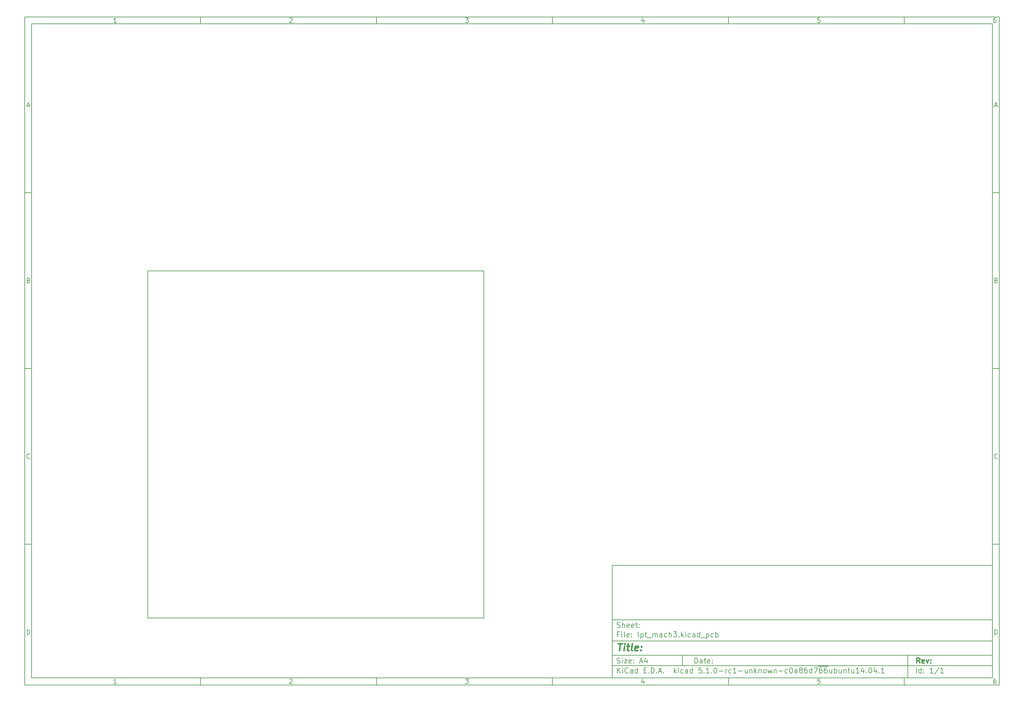
<source format=gm1>
G04 #@! TF.GenerationSoftware,KiCad,Pcbnew,5.1.0-rc1-unknown-c0a86d7~66~ubuntu14.04.1*
G04 #@! TF.CreationDate,2019-02-13T06:07:20+01:00
G04 #@! TF.ProjectId,lpt_mach3,6c70745f-6d61-4636-9833-2e6b69636164,rev?*
G04 #@! TF.SameCoordinates,Original*
G04 #@! TF.FileFunction,Profile,NP*
%FSLAX46Y46*%
G04 Gerber Fmt 4.6, Leading zero omitted, Abs format (unit mm)*
G04 Created by KiCad (PCBNEW 5.1.0-rc1-unknown-c0a86d7~66~ubuntu14.04.1) date 2019-02-13 06:07:20*
%MOMM*%
%LPD*%
G04 APERTURE LIST*
%ADD10C,0.100000*%
%ADD11C,0.150000*%
%ADD12C,0.300000*%
%ADD13C,0.400000*%
G04 APERTURE END LIST*
D10*
D11*
X177002200Y-166007200D02*
X177002200Y-198007200D01*
X285002200Y-198007200D01*
X285002200Y-166007200D01*
X177002200Y-166007200D01*
D10*
D11*
X10000000Y-10000000D02*
X10000000Y-200007200D01*
X287002200Y-200007200D01*
X287002200Y-10000000D01*
X10000000Y-10000000D01*
D10*
D11*
X12000000Y-12000000D02*
X12000000Y-198007200D01*
X285002200Y-198007200D01*
X285002200Y-12000000D01*
X12000000Y-12000000D01*
D10*
D11*
X60000000Y-12000000D02*
X60000000Y-10000000D01*
D10*
D11*
X110000000Y-12000000D02*
X110000000Y-10000000D01*
D10*
D11*
X160000000Y-12000000D02*
X160000000Y-10000000D01*
D10*
D11*
X210000000Y-12000000D02*
X210000000Y-10000000D01*
D10*
D11*
X260000000Y-12000000D02*
X260000000Y-10000000D01*
D10*
D11*
X36065476Y-11588095D02*
X35322619Y-11588095D01*
X35694047Y-11588095D02*
X35694047Y-10288095D01*
X35570238Y-10473809D01*
X35446428Y-10597619D01*
X35322619Y-10659523D01*
D10*
D11*
X85322619Y-10411904D02*
X85384523Y-10350000D01*
X85508333Y-10288095D01*
X85817857Y-10288095D01*
X85941666Y-10350000D01*
X86003571Y-10411904D01*
X86065476Y-10535714D01*
X86065476Y-10659523D01*
X86003571Y-10845238D01*
X85260714Y-11588095D01*
X86065476Y-11588095D01*
D10*
D11*
X135260714Y-10288095D02*
X136065476Y-10288095D01*
X135632142Y-10783333D01*
X135817857Y-10783333D01*
X135941666Y-10845238D01*
X136003571Y-10907142D01*
X136065476Y-11030952D01*
X136065476Y-11340476D01*
X136003571Y-11464285D01*
X135941666Y-11526190D01*
X135817857Y-11588095D01*
X135446428Y-11588095D01*
X135322619Y-11526190D01*
X135260714Y-11464285D01*
D10*
D11*
X185941666Y-10721428D02*
X185941666Y-11588095D01*
X185632142Y-10226190D02*
X185322619Y-11154761D01*
X186127380Y-11154761D01*
D10*
D11*
X236003571Y-10288095D02*
X235384523Y-10288095D01*
X235322619Y-10907142D01*
X235384523Y-10845238D01*
X235508333Y-10783333D01*
X235817857Y-10783333D01*
X235941666Y-10845238D01*
X236003571Y-10907142D01*
X236065476Y-11030952D01*
X236065476Y-11340476D01*
X236003571Y-11464285D01*
X235941666Y-11526190D01*
X235817857Y-11588095D01*
X235508333Y-11588095D01*
X235384523Y-11526190D01*
X235322619Y-11464285D01*
D10*
D11*
X285941666Y-10288095D02*
X285694047Y-10288095D01*
X285570238Y-10350000D01*
X285508333Y-10411904D01*
X285384523Y-10597619D01*
X285322619Y-10845238D01*
X285322619Y-11340476D01*
X285384523Y-11464285D01*
X285446428Y-11526190D01*
X285570238Y-11588095D01*
X285817857Y-11588095D01*
X285941666Y-11526190D01*
X286003571Y-11464285D01*
X286065476Y-11340476D01*
X286065476Y-11030952D01*
X286003571Y-10907142D01*
X285941666Y-10845238D01*
X285817857Y-10783333D01*
X285570238Y-10783333D01*
X285446428Y-10845238D01*
X285384523Y-10907142D01*
X285322619Y-11030952D01*
D10*
D11*
X60000000Y-198007200D02*
X60000000Y-200007200D01*
D10*
D11*
X110000000Y-198007200D02*
X110000000Y-200007200D01*
D10*
D11*
X160000000Y-198007200D02*
X160000000Y-200007200D01*
D10*
D11*
X210000000Y-198007200D02*
X210000000Y-200007200D01*
D10*
D11*
X260000000Y-198007200D02*
X260000000Y-200007200D01*
D10*
D11*
X36065476Y-199595295D02*
X35322619Y-199595295D01*
X35694047Y-199595295D02*
X35694047Y-198295295D01*
X35570238Y-198481009D01*
X35446428Y-198604819D01*
X35322619Y-198666723D01*
D10*
D11*
X85322619Y-198419104D02*
X85384523Y-198357200D01*
X85508333Y-198295295D01*
X85817857Y-198295295D01*
X85941666Y-198357200D01*
X86003571Y-198419104D01*
X86065476Y-198542914D01*
X86065476Y-198666723D01*
X86003571Y-198852438D01*
X85260714Y-199595295D01*
X86065476Y-199595295D01*
D10*
D11*
X135260714Y-198295295D02*
X136065476Y-198295295D01*
X135632142Y-198790533D01*
X135817857Y-198790533D01*
X135941666Y-198852438D01*
X136003571Y-198914342D01*
X136065476Y-199038152D01*
X136065476Y-199347676D01*
X136003571Y-199471485D01*
X135941666Y-199533390D01*
X135817857Y-199595295D01*
X135446428Y-199595295D01*
X135322619Y-199533390D01*
X135260714Y-199471485D01*
D10*
D11*
X185941666Y-198728628D02*
X185941666Y-199595295D01*
X185632142Y-198233390D02*
X185322619Y-199161961D01*
X186127380Y-199161961D01*
D10*
D11*
X236003571Y-198295295D02*
X235384523Y-198295295D01*
X235322619Y-198914342D01*
X235384523Y-198852438D01*
X235508333Y-198790533D01*
X235817857Y-198790533D01*
X235941666Y-198852438D01*
X236003571Y-198914342D01*
X236065476Y-199038152D01*
X236065476Y-199347676D01*
X236003571Y-199471485D01*
X235941666Y-199533390D01*
X235817857Y-199595295D01*
X235508333Y-199595295D01*
X235384523Y-199533390D01*
X235322619Y-199471485D01*
D10*
D11*
X285941666Y-198295295D02*
X285694047Y-198295295D01*
X285570238Y-198357200D01*
X285508333Y-198419104D01*
X285384523Y-198604819D01*
X285322619Y-198852438D01*
X285322619Y-199347676D01*
X285384523Y-199471485D01*
X285446428Y-199533390D01*
X285570238Y-199595295D01*
X285817857Y-199595295D01*
X285941666Y-199533390D01*
X286003571Y-199471485D01*
X286065476Y-199347676D01*
X286065476Y-199038152D01*
X286003571Y-198914342D01*
X285941666Y-198852438D01*
X285817857Y-198790533D01*
X285570238Y-198790533D01*
X285446428Y-198852438D01*
X285384523Y-198914342D01*
X285322619Y-199038152D01*
D10*
D11*
X10000000Y-60000000D02*
X12000000Y-60000000D01*
D10*
D11*
X10000000Y-110000000D02*
X12000000Y-110000000D01*
D10*
D11*
X10000000Y-160000000D02*
X12000000Y-160000000D01*
D10*
D11*
X10690476Y-35216666D02*
X11309523Y-35216666D01*
X10566666Y-35588095D02*
X11000000Y-34288095D01*
X11433333Y-35588095D01*
D10*
D11*
X11092857Y-84907142D02*
X11278571Y-84969047D01*
X11340476Y-85030952D01*
X11402380Y-85154761D01*
X11402380Y-85340476D01*
X11340476Y-85464285D01*
X11278571Y-85526190D01*
X11154761Y-85588095D01*
X10659523Y-85588095D01*
X10659523Y-84288095D01*
X11092857Y-84288095D01*
X11216666Y-84350000D01*
X11278571Y-84411904D01*
X11340476Y-84535714D01*
X11340476Y-84659523D01*
X11278571Y-84783333D01*
X11216666Y-84845238D01*
X11092857Y-84907142D01*
X10659523Y-84907142D01*
D10*
D11*
X11402380Y-135464285D02*
X11340476Y-135526190D01*
X11154761Y-135588095D01*
X11030952Y-135588095D01*
X10845238Y-135526190D01*
X10721428Y-135402380D01*
X10659523Y-135278571D01*
X10597619Y-135030952D01*
X10597619Y-134845238D01*
X10659523Y-134597619D01*
X10721428Y-134473809D01*
X10845238Y-134350000D01*
X11030952Y-134288095D01*
X11154761Y-134288095D01*
X11340476Y-134350000D01*
X11402380Y-134411904D01*
D10*
D11*
X10659523Y-185588095D02*
X10659523Y-184288095D01*
X10969047Y-184288095D01*
X11154761Y-184350000D01*
X11278571Y-184473809D01*
X11340476Y-184597619D01*
X11402380Y-184845238D01*
X11402380Y-185030952D01*
X11340476Y-185278571D01*
X11278571Y-185402380D01*
X11154761Y-185526190D01*
X10969047Y-185588095D01*
X10659523Y-185588095D01*
D10*
D11*
X287002200Y-60000000D02*
X285002200Y-60000000D01*
D10*
D11*
X287002200Y-110000000D02*
X285002200Y-110000000D01*
D10*
D11*
X287002200Y-160000000D02*
X285002200Y-160000000D01*
D10*
D11*
X285692676Y-35216666D02*
X286311723Y-35216666D01*
X285568866Y-35588095D02*
X286002200Y-34288095D01*
X286435533Y-35588095D01*
D10*
D11*
X286095057Y-84907142D02*
X286280771Y-84969047D01*
X286342676Y-85030952D01*
X286404580Y-85154761D01*
X286404580Y-85340476D01*
X286342676Y-85464285D01*
X286280771Y-85526190D01*
X286156961Y-85588095D01*
X285661723Y-85588095D01*
X285661723Y-84288095D01*
X286095057Y-84288095D01*
X286218866Y-84350000D01*
X286280771Y-84411904D01*
X286342676Y-84535714D01*
X286342676Y-84659523D01*
X286280771Y-84783333D01*
X286218866Y-84845238D01*
X286095057Y-84907142D01*
X285661723Y-84907142D01*
D10*
D11*
X286404580Y-135464285D02*
X286342676Y-135526190D01*
X286156961Y-135588095D01*
X286033152Y-135588095D01*
X285847438Y-135526190D01*
X285723628Y-135402380D01*
X285661723Y-135278571D01*
X285599819Y-135030952D01*
X285599819Y-134845238D01*
X285661723Y-134597619D01*
X285723628Y-134473809D01*
X285847438Y-134350000D01*
X286033152Y-134288095D01*
X286156961Y-134288095D01*
X286342676Y-134350000D01*
X286404580Y-134411904D01*
D10*
D11*
X285661723Y-185588095D02*
X285661723Y-184288095D01*
X285971247Y-184288095D01*
X286156961Y-184350000D01*
X286280771Y-184473809D01*
X286342676Y-184597619D01*
X286404580Y-184845238D01*
X286404580Y-185030952D01*
X286342676Y-185278571D01*
X286280771Y-185402380D01*
X286156961Y-185526190D01*
X285971247Y-185588095D01*
X285661723Y-185588095D01*
D10*
D11*
X200434342Y-193785771D02*
X200434342Y-192285771D01*
X200791485Y-192285771D01*
X201005771Y-192357200D01*
X201148628Y-192500057D01*
X201220057Y-192642914D01*
X201291485Y-192928628D01*
X201291485Y-193142914D01*
X201220057Y-193428628D01*
X201148628Y-193571485D01*
X201005771Y-193714342D01*
X200791485Y-193785771D01*
X200434342Y-193785771D01*
X202577200Y-193785771D02*
X202577200Y-193000057D01*
X202505771Y-192857200D01*
X202362914Y-192785771D01*
X202077200Y-192785771D01*
X201934342Y-192857200D01*
X202577200Y-193714342D02*
X202434342Y-193785771D01*
X202077200Y-193785771D01*
X201934342Y-193714342D01*
X201862914Y-193571485D01*
X201862914Y-193428628D01*
X201934342Y-193285771D01*
X202077200Y-193214342D01*
X202434342Y-193214342D01*
X202577200Y-193142914D01*
X203077200Y-192785771D02*
X203648628Y-192785771D01*
X203291485Y-192285771D02*
X203291485Y-193571485D01*
X203362914Y-193714342D01*
X203505771Y-193785771D01*
X203648628Y-193785771D01*
X204720057Y-193714342D02*
X204577200Y-193785771D01*
X204291485Y-193785771D01*
X204148628Y-193714342D01*
X204077200Y-193571485D01*
X204077200Y-193000057D01*
X204148628Y-192857200D01*
X204291485Y-192785771D01*
X204577200Y-192785771D01*
X204720057Y-192857200D01*
X204791485Y-193000057D01*
X204791485Y-193142914D01*
X204077200Y-193285771D01*
X205434342Y-193642914D02*
X205505771Y-193714342D01*
X205434342Y-193785771D01*
X205362914Y-193714342D01*
X205434342Y-193642914D01*
X205434342Y-193785771D01*
X205434342Y-192857200D02*
X205505771Y-192928628D01*
X205434342Y-193000057D01*
X205362914Y-192928628D01*
X205434342Y-192857200D01*
X205434342Y-193000057D01*
D10*
D11*
X177002200Y-194507200D02*
X285002200Y-194507200D01*
D10*
D11*
X178434342Y-196585771D02*
X178434342Y-195085771D01*
X179291485Y-196585771D02*
X178648628Y-195728628D01*
X179291485Y-195085771D02*
X178434342Y-195942914D01*
X179934342Y-196585771D02*
X179934342Y-195585771D01*
X179934342Y-195085771D02*
X179862914Y-195157200D01*
X179934342Y-195228628D01*
X180005771Y-195157200D01*
X179934342Y-195085771D01*
X179934342Y-195228628D01*
X181505771Y-196442914D02*
X181434342Y-196514342D01*
X181220057Y-196585771D01*
X181077200Y-196585771D01*
X180862914Y-196514342D01*
X180720057Y-196371485D01*
X180648628Y-196228628D01*
X180577200Y-195942914D01*
X180577200Y-195728628D01*
X180648628Y-195442914D01*
X180720057Y-195300057D01*
X180862914Y-195157200D01*
X181077200Y-195085771D01*
X181220057Y-195085771D01*
X181434342Y-195157200D01*
X181505771Y-195228628D01*
X182791485Y-196585771D02*
X182791485Y-195800057D01*
X182720057Y-195657200D01*
X182577200Y-195585771D01*
X182291485Y-195585771D01*
X182148628Y-195657200D01*
X182791485Y-196514342D02*
X182648628Y-196585771D01*
X182291485Y-196585771D01*
X182148628Y-196514342D01*
X182077200Y-196371485D01*
X182077200Y-196228628D01*
X182148628Y-196085771D01*
X182291485Y-196014342D01*
X182648628Y-196014342D01*
X182791485Y-195942914D01*
X184148628Y-196585771D02*
X184148628Y-195085771D01*
X184148628Y-196514342D02*
X184005771Y-196585771D01*
X183720057Y-196585771D01*
X183577200Y-196514342D01*
X183505771Y-196442914D01*
X183434342Y-196300057D01*
X183434342Y-195871485D01*
X183505771Y-195728628D01*
X183577200Y-195657200D01*
X183720057Y-195585771D01*
X184005771Y-195585771D01*
X184148628Y-195657200D01*
X186005771Y-195800057D02*
X186505771Y-195800057D01*
X186720057Y-196585771D02*
X186005771Y-196585771D01*
X186005771Y-195085771D01*
X186720057Y-195085771D01*
X187362914Y-196442914D02*
X187434342Y-196514342D01*
X187362914Y-196585771D01*
X187291485Y-196514342D01*
X187362914Y-196442914D01*
X187362914Y-196585771D01*
X188077200Y-196585771D02*
X188077200Y-195085771D01*
X188434342Y-195085771D01*
X188648628Y-195157200D01*
X188791485Y-195300057D01*
X188862914Y-195442914D01*
X188934342Y-195728628D01*
X188934342Y-195942914D01*
X188862914Y-196228628D01*
X188791485Y-196371485D01*
X188648628Y-196514342D01*
X188434342Y-196585771D01*
X188077200Y-196585771D01*
X189577200Y-196442914D02*
X189648628Y-196514342D01*
X189577200Y-196585771D01*
X189505771Y-196514342D01*
X189577200Y-196442914D01*
X189577200Y-196585771D01*
X190220057Y-196157200D02*
X190934342Y-196157200D01*
X190077200Y-196585771D02*
X190577200Y-195085771D01*
X191077200Y-196585771D01*
X191577200Y-196442914D02*
X191648628Y-196514342D01*
X191577200Y-196585771D01*
X191505771Y-196514342D01*
X191577200Y-196442914D01*
X191577200Y-196585771D01*
X194577200Y-196585771D02*
X194577200Y-195085771D01*
X194720057Y-196014342D02*
X195148628Y-196585771D01*
X195148628Y-195585771D02*
X194577200Y-196157200D01*
X195791485Y-196585771D02*
X195791485Y-195585771D01*
X195791485Y-195085771D02*
X195720057Y-195157200D01*
X195791485Y-195228628D01*
X195862914Y-195157200D01*
X195791485Y-195085771D01*
X195791485Y-195228628D01*
X197148628Y-196514342D02*
X197005771Y-196585771D01*
X196720057Y-196585771D01*
X196577200Y-196514342D01*
X196505771Y-196442914D01*
X196434342Y-196300057D01*
X196434342Y-195871485D01*
X196505771Y-195728628D01*
X196577200Y-195657200D01*
X196720057Y-195585771D01*
X197005771Y-195585771D01*
X197148628Y-195657200D01*
X198434342Y-196585771D02*
X198434342Y-195800057D01*
X198362914Y-195657200D01*
X198220057Y-195585771D01*
X197934342Y-195585771D01*
X197791485Y-195657200D01*
X198434342Y-196514342D02*
X198291485Y-196585771D01*
X197934342Y-196585771D01*
X197791485Y-196514342D01*
X197720057Y-196371485D01*
X197720057Y-196228628D01*
X197791485Y-196085771D01*
X197934342Y-196014342D01*
X198291485Y-196014342D01*
X198434342Y-195942914D01*
X199791485Y-196585771D02*
X199791485Y-195085771D01*
X199791485Y-196514342D02*
X199648628Y-196585771D01*
X199362914Y-196585771D01*
X199220057Y-196514342D01*
X199148628Y-196442914D01*
X199077200Y-196300057D01*
X199077200Y-195871485D01*
X199148628Y-195728628D01*
X199220057Y-195657200D01*
X199362914Y-195585771D01*
X199648628Y-195585771D01*
X199791485Y-195657200D01*
X202362914Y-195085771D02*
X201648628Y-195085771D01*
X201577200Y-195800057D01*
X201648628Y-195728628D01*
X201791485Y-195657200D01*
X202148628Y-195657200D01*
X202291485Y-195728628D01*
X202362914Y-195800057D01*
X202434342Y-195942914D01*
X202434342Y-196300057D01*
X202362914Y-196442914D01*
X202291485Y-196514342D01*
X202148628Y-196585771D01*
X201791485Y-196585771D01*
X201648628Y-196514342D01*
X201577200Y-196442914D01*
X203077200Y-196442914D02*
X203148628Y-196514342D01*
X203077200Y-196585771D01*
X203005771Y-196514342D01*
X203077200Y-196442914D01*
X203077200Y-196585771D01*
X204577200Y-196585771D02*
X203720057Y-196585771D01*
X204148628Y-196585771D02*
X204148628Y-195085771D01*
X204005771Y-195300057D01*
X203862914Y-195442914D01*
X203720057Y-195514342D01*
X205220057Y-196442914D02*
X205291485Y-196514342D01*
X205220057Y-196585771D01*
X205148628Y-196514342D01*
X205220057Y-196442914D01*
X205220057Y-196585771D01*
X206220057Y-195085771D02*
X206362914Y-195085771D01*
X206505771Y-195157200D01*
X206577200Y-195228628D01*
X206648628Y-195371485D01*
X206720057Y-195657200D01*
X206720057Y-196014342D01*
X206648628Y-196300057D01*
X206577200Y-196442914D01*
X206505771Y-196514342D01*
X206362914Y-196585771D01*
X206220057Y-196585771D01*
X206077200Y-196514342D01*
X206005771Y-196442914D01*
X205934342Y-196300057D01*
X205862914Y-196014342D01*
X205862914Y-195657200D01*
X205934342Y-195371485D01*
X206005771Y-195228628D01*
X206077200Y-195157200D01*
X206220057Y-195085771D01*
X207362914Y-196014342D02*
X208505771Y-196014342D01*
X209220057Y-196585771D02*
X209220057Y-195585771D01*
X209220057Y-195871485D02*
X209291485Y-195728628D01*
X209362914Y-195657200D01*
X209505771Y-195585771D01*
X209648628Y-195585771D01*
X210791485Y-196514342D02*
X210648628Y-196585771D01*
X210362914Y-196585771D01*
X210220057Y-196514342D01*
X210148628Y-196442914D01*
X210077200Y-196300057D01*
X210077200Y-195871485D01*
X210148628Y-195728628D01*
X210220057Y-195657200D01*
X210362914Y-195585771D01*
X210648628Y-195585771D01*
X210791485Y-195657200D01*
X212220057Y-196585771D02*
X211362914Y-196585771D01*
X211791485Y-196585771D02*
X211791485Y-195085771D01*
X211648628Y-195300057D01*
X211505771Y-195442914D01*
X211362914Y-195514342D01*
X212862914Y-196014342D02*
X214005771Y-196014342D01*
X215362914Y-195585771D02*
X215362914Y-196585771D01*
X214720057Y-195585771D02*
X214720057Y-196371485D01*
X214791485Y-196514342D01*
X214934342Y-196585771D01*
X215148628Y-196585771D01*
X215291485Y-196514342D01*
X215362914Y-196442914D01*
X216077200Y-195585771D02*
X216077200Y-196585771D01*
X216077200Y-195728628D02*
X216148628Y-195657200D01*
X216291485Y-195585771D01*
X216505771Y-195585771D01*
X216648628Y-195657200D01*
X216720057Y-195800057D01*
X216720057Y-196585771D01*
X217434342Y-196585771D02*
X217434342Y-195085771D01*
X217577200Y-196014342D02*
X218005771Y-196585771D01*
X218005771Y-195585771D02*
X217434342Y-196157200D01*
X218648628Y-195585771D02*
X218648628Y-196585771D01*
X218648628Y-195728628D02*
X218720057Y-195657200D01*
X218862914Y-195585771D01*
X219077200Y-195585771D01*
X219220057Y-195657200D01*
X219291485Y-195800057D01*
X219291485Y-196585771D01*
X220220057Y-196585771D02*
X220077200Y-196514342D01*
X220005771Y-196442914D01*
X219934342Y-196300057D01*
X219934342Y-195871485D01*
X220005771Y-195728628D01*
X220077200Y-195657200D01*
X220220057Y-195585771D01*
X220434342Y-195585771D01*
X220577200Y-195657200D01*
X220648628Y-195728628D01*
X220720057Y-195871485D01*
X220720057Y-196300057D01*
X220648628Y-196442914D01*
X220577200Y-196514342D01*
X220434342Y-196585771D01*
X220220057Y-196585771D01*
X221220057Y-195585771D02*
X221505771Y-196585771D01*
X221791485Y-195871485D01*
X222077200Y-196585771D01*
X222362914Y-195585771D01*
X222934342Y-195585771D02*
X222934342Y-196585771D01*
X222934342Y-195728628D02*
X223005771Y-195657200D01*
X223148628Y-195585771D01*
X223362914Y-195585771D01*
X223505771Y-195657200D01*
X223577200Y-195800057D01*
X223577200Y-196585771D01*
X224291485Y-196014342D02*
X225434342Y-196014342D01*
X226791485Y-196514342D02*
X226648628Y-196585771D01*
X226362914Y-196585771D01*
X226220057Y-196514342D01*
X226148628Y-196442914D01*
X226077200Y-196300057D01*
X226077200Y-195871485D01*
X226148628Y-195728628D01*
X226220057Y-195657200D01*
X226362914Y-195585771D01*
X226648628Y-195585771D01*
X226791485Y-195657200D01*
X227720057Y-195085771D02*
X227862914Y-195085771D01*
X228005771Y-195157200D01*
X228077200Y-195228628D01*
X228148628Y-195371485D01*
X228220057Y-195657200D01*
X228220057Y-196014342D01*
X228148628Y-196300057D01*
X228077200Y-196442914D01*
X228005771Y-196514342D01*
X227862914Y-196585771D01*
X227720057Y-196585771D01*
X227577200Y-196514342D01*
X227505771Y-196442914D01*
X227434342Y-196300057D01*
X227362914Y-196014342D01*
X227362914Y-195657200D01*
X227434342Y-195371485D01*
X227505771Y-195228628D01*
X227577200Y-195157200D01*
X227720057Y-195085771D01*
X229505771Y-196585771D02*
X229505771Y-195800057D01*
X229434342Y-195657200D01*
X229291485Y-195585771D01*
X229005771Y-195585771D01*
X228862914Y-195657200D01*
X229505771Y-196514342D02*
X229362914Y-196585771D01*
X229005771Y-196585771D01*
X228862914Y-196514342D01*
X228791485Y-196371485D01*
X228791485Y-196228628D01*
X228862914Y-196085771D01*
X229005771Y-196014342D01*
X229362914Y-196014342D01*
X229505771Y-195942914D01*
X230434342Y-195728628D02*
X230291485Y-195657200D01*
X230220057Y-195585771D01*
X230148628Y-195442914D01*
X230148628Y-195371485D01*
X230220057Y-195228628D01*
X230291485Y-195157200D01*
X230434342Y-195085771D01*
X230720057Y-195085771D01*
X230862914Y-195157200D01*
X230934342Y-195228628D01*
X231005771Y-195371485D01*
X231005771Y-195442914D01*
X230934342Y-195585771D01*
X230862914Y-195657200D01*
X230720057Y-195728628D01*
X230434342Y-195728628D01*
X230291485Y-195800057D01*
X230220057Y-195871485D01*
X230148628Y-196014342D01*
X230148628Y-196300057D01*
X230220057Y-196442914D01*
X230291485Y-196514342D01*
X230434342Y-196585771D01*
X230720057Y-196585771D01*
X230862914Y-196514342D01*
X230934342Y-196442914D01*
X231005771Y-196300057D01*
X231005771Y-196014342D01*
X230934342Y-195871485D01*
X230862914Y-195800057D01*
X230720057Y-195728628D01*
X232291485Y-195085771D02*
X232005771Y-195085771D01*
X231862914Y-195157200D01*
X231791485Y-195228628D01*
X231648628Y-195442914D01*
X231577200Y-195728628D01*
X231577200Y-196300057D01*
X231648628Y-196442914D01*
X231720057Y-196514342D01*
X231862914Y-196585771D01*
X232148628Y-196585771D01*
X232291485Y-196514342D01*
X232362914Y-196442914D01*
X232434342Y-196300057D01*
X232434342Y-195942914D01*
X232362914Y-195800057D01*
X232291485Y-195728628D01*
X232148628Y-195657200D01*
X231862914Y-195657200D01*
X231720057Y-195728628D01*
X231648628Y-195800057D01*
X231577200Y-195942914D01*
X233720057Y-196585771D02*
X233720057Y-195085771D01*
X233720057Y-196514342D02*
X233577200Y-196585771D01*
X233291485Y-196585771D01*
X233148628Y-196514342D01*
X233077200Y-196442914D01*
X233005771Y-196300057D01*
X233005771Y-195871485D01*
X233077200Y-195728628D01*
X233148628Y-195657200D01*
X233291485Y-195585771D01*
X233577200Y-195585771D01*
X233720057Y-195657200D01*
X234291485Y-195085771D02*
X235291485Y-195085771D01*
X234648628Y-196585771D01*
X235505771Y-194677200D02*
X236934342Y-194677200D01*
X236505771Y-195085771D02*
X236220057Y-195085771D01*
X236077200Y-195157200D01*
X236005771Y-195228628D01*
X235862914Y-195442914D01*
X235791485Y-195728628D01*
X235791485Y-196300057D01*
X235862914Y-196442914D01*
X235934342Y-196514342D01*
X236077200Y-196585771D01*
X236362914Y-196585771D01*
X236505771Y-196514342D01*
X236577200Y-196442914D01*
X236648628Y-196300057D01*
X236648628Y-195942914D01*
X236577200Y-195800057D01*
X236505771Y-195728628D01*
X236362914Y-195657200D01*
X236077200Y-195657200D01*
X235934342Y-195728628D01*
X235862914Y-195800057D01*
X235791485Y-195942914D01*
X236934342Y-194677200D02*
X238362914Y-194677200D01*
X237934342Y-195085771D02*
X237648628Y-195085771D01*
X237505771Y-195157200D01*
X237434342Y-195228628D01*
X237291485Y-195442914D01*
X237220057Y-195728628D01*
X237220057Y-196300057D01*
X237291485Y-196442914D01*
X237362914Y-196514342D01*
X237505771Y-196585771D01*
X237791485Y-196585771D01*
X237934342Y-196514342D01*
X238005771Y-196442914D01*
X238077200Y-196300057D01*
X238077200Y-195942914D01*
X238005771Y-195800057D01*
X237934342Y-195728628D01*
X237791485Y-195657200D01*
X237505771Y-195657200D01*
X237362914Y-195728628D01*
X237291485Y-195800057D01*
X237220057Y-195942914D01*
X239362914Y-195585771D02*
X239362914Y-196585771D01*
X238720057Y-195585771D02*
X238720057Y-196371485D01*
X238791485Y-196514342D01*
X238934342Y-196585771D01*
X239148628Y-196585771D01*
X239291485Y-196514342D01*
X239362914Y-196442914D01*
X240077200Y-196585771D02*
X240077200Y-195085771D01*
X240077200Y-195657200D02*
X240220057Y-195585771D01*
X240505771Y-195585771D01*
X240648628Y-195657200D01*
X240720057Y-195728628D01*
X240791485Y-195871485D01*
X240791485Y-196300057D01*
X240720057Y-196442914D01*
X240648628Y-196514342D01*
X240505771Y-196585771D01*
X240220057Y-196585771D01*
X240077200Y-196514342D01*
X242077200Y-195585771D02*
X242077200Y-196585771D01*
X241434342Y-195585771D02*
X241434342Y-196371485D01*
X241505771Y-196514342D01*
X241648628Y-196585771D01*
X241862914Y-196585771D01*
X242005771Y-196514342D01*
X242077200Y-196442914D01*
X242791485Y-195585771D02*
X242791485Y-196585771D01*
X242791485Y-195728628D02*
X242862914Y-195657200D01*
X243005771Y-195585771D01*
X243220057Y-195585771D01*
X243362914Y-195657200D01*
X243434342Y-195800057D01*
X243434342Y-196585771D01*
X243934342Y-195585771D02*
X244505771Y-195585771D01*
X244148628Y-195085771D02*
X244148628Y-196371485D01*
X244220057Y-196514342D01*
X244362914Y-196585771D01*
X244505771Y-196585771D01*
X245648628Y-195585771D02*
X245648628Y-196585771D01*
X245005771Y-195585771D02*
X245005771Y-196371485D01*
X245077200Y-196514342D01*
X245220057Y-196585771D01*
X245434342Y-196585771D01*
X245577200Y-196514342D01*
X245648628Y-196442914D01*
X247148628Y-196585771D02*
X246291485Y-196585771D01*
X246720057Y-196585771D02*
X246720057Y-195085771D01*
X246577200Y-195300057D01*
X246434342Y-195442914D01*
X246291485Y-195514342D01*
X248434342Y-195585771D02*
X248434342Y-196585771D01*
X248077200Y-195014342D02*
X247720057Y-196085771D01*
X248648628Y-196085771D01*
X249220057Y-196442914D02*
X249291485Y-196514342D01*
X249220057Y-196585771D01*
X249148628Y-196514342D01*
X249220057Y-196442914D01*
X249220057Y-196585771D01*
X250220057Y-195085771D02*
X250362914Y-195085771D01*
X250505771Y-195157200D01*
X250577200Y-195228628D01*
X250648628Y-195371485D01*
X250720057Y-195657200D01*
X250720057Y-196014342D01*
X250648628Y-196300057D01*
X250577200Y-196442914D01*
X250505771Y-196514342D01*
X250362914Y-196585771D01*
X250220057Y-196585771D01*
X250077200Y-196514342D01*
X250005771Y-196442914D01*
X249934342Y-196300057D01*
X249862914Y-196014342D01*
X249862914Y-195657200D01*
X249934342Y-195371485D01*
X250005771Y-195228628D01*
X250077200Y-195157200D01*
X250220057Y-195085771D01*
X252005771Y-195585771D02*
X252005771Y-196585771D01*
X251648628Y-195014342D02*
X251291485Y-196085771D01*
X252220057Y-196085771D01*
X252791485Y-196442914D02*
X252862914Y-196514342D01*
X252791485Y-196585771D01*
X252720057Y-196514342D01*
X252791485Y-196442914D01*
X252791485Y-196585771D01*
X254291485Y-196585771D02*
X253434342Y-196585771D01*
X253862914Y-196585771D02*
X253862914Y-195085771D01*
X253720057Y-195300057D01*
X253577200Y-195442914D01*
X253434342Y-195514342D01*
D10*
D11*
X177002200Y-191507200D02*
X285002200Y-191507200D01*
D10*
D12*
X264411485Y-193785771D02*
X263911485Y-193071485D01*
X263554342Y-193785771D02*
X263554342Y-192285771D01*
X264125771Y-192285771D01*
X264268628Y-192357200D01*
X264340057Y-192428628D01*
X264411485Y-192571485D01*
X264411485Y-192785771D01*
X264340057Y-192928628D01*
X264268628Y-193000057D01*
X264125771Y-193071485D01*
X263554342Y-193071485D01*
X265625771Y-193714342D02*
X265482914Y-193785771D01*
X265197200Y-193785771D01*
X265054342Y-193714342D01*
X264982914Y-193571485D01*
X264982914Y-193000057D01*
X265054342Y-192857200D01*
X265197200Y-192785771D01*
X265482914Y-192785771D01*
X265625771Y-192857200D01*
X265697200Y-193000057D01*
X265697200Y-193142914D01*
X264982914Y-193285771D01*
X266197200Y-192785771D02*
X266554342Y-193785771D01*
X266911485Y-192785771D01*
X267482914Y-193642914D02*
X267554342Y-193714342D01*
X267482914Y-193785771D01*
X267411485Y-193714342D01*
X267482914Y-193642914D01*
X267482914Y-193785771D01*
X267482914Y-192857200D02*
X267554342Y-192928628D01*
X267482914Y-193000057D01*
X267411485Y-192928628D01*
X267482914Y-192857200D01*
X267482914Y-193000057D01*
D10*
D11*
X178362914Y-193714342D02*
X178577200Y-193785771D01*
X178934342Y-193785771D01*
X179077200Y-193714342D01*
X179148628Y-193642914D01*
X179220057Y-193500057D01*
X179220057Y-193357200D01*
X179148628Y-193214342D01*
X179077200Y-193142914D01*
X178934342Y-193071485D01*
X178648628Y-193000057D01*
X178505771Y-192928628D01*
X178434342Y-192857200D01*
X178362914Y-192714342D01*
X178362914Y-192571485D01*
X178434342Y-192428628D01*
X178505771Y-192357200D01*
X178648628Y-192285771D01*
X179005771Y-192285771D01*
X179220057Y-192357200D01*
X179862914Y-193785771D02*
X179862914Y-192785771D01*
X179862914Y-192285771D02*
X179791485Y-192357200D01*
X179862914Y-192428628D01*
X179934342Y-192357200D01*
X179862914Y-192285771D01*
X179862914Y-192428628D01*
X180434342Y-192785771D02*
X181220057Y-192785771D01*
X180434342Y-193785771D01*
X181220057Y-193785771D01*
X182362914Y-193714342D02*
X182220057Y-193785771D01*
X181934342Y-193785771D01*
X181791485Y-193714342D01*
X181720057Y-193571485D01*
X181720057Y-193000057D01*
X181791485Y-192857200D01*
X181934342Y-192785771D01*
X182220057Y-192785771D01*
X182362914Y-192857200D01*
X182434342Y-193000057D01*
X182434342Y-193142914D01*
X181720057Y-193285771D01*
X183077200Y-193642914D02*
X183148628Y-193714342D01*
X183077200Y-193785771D01*
X183005771Y-193714342D01*
X183077200Y-193642914D01*
X183077200Y-193785771D01*
X183077200Y-192857200D02*
X183148628Y-192928628D01*
X183077200Y-193000057D01*
X183005771Y-192928628D01*
X183077200Y-192857200D01*
X183077200Y-193000057D01*
X184862914Y-193357200D02*
X185577200Y-193357200D01*
X184720057Y-193785771D02*
X185220057Y-192285771D01*
X185720057Y-193785771D01*
X186862914Y-192785771D02*
X186862914Y-193785771D01*
X186505771Y-192214342D02*
X186148628Y-193285771D01*
X187077200Y-193285771D01*
D10*
D11*
X263434342Y-196585771D02*
X263434342Y-195085771D01*
X264791485Y-196585771D02*
X264791485Y-195085771D01*
X264791485Y-196514342D02*
X264648628Y-196585771D01*
X264362914Y-196585771D01*
X264220057Y-196514342D01*
X264148628Y-196442914D01*
X264077200Y-196300057D01*
X264077200Y-195871485D01*
X264148628Y-195728628D01*
X264220057Y-195657200D01*
X264362914Y-195585771D01*
X264648628Y-195585771D01*
X264791485Y-195657200D01*
X265505771Y-196442914D02*
X265577200Y-196514342D01*
X265505771Y-196585771D01*
X265434342Y-196514342D01*
X265505771Y-196442914D01*
X265505771Y-196585771D01*
X265505771Y-195657200D02*
X265577200Y-195728628D01*
X265505771Y-195800057D01*
X265434342Y-195728628D01*
X265505771Y-195657200D01*
X265505771Y-195800057D01*
X268148628Y-196585771D02*
X267291485Y-196585771D01*
X267720057Y-196585771D02*
X267720057Y-195085771D01*
X267577200Y-195300057D01*
X267434342Y-195442914D01*
X267291485Y-195514342D01*
X269862914Y-195014342D02*
X268577200Y-196942914D01*
X271148628Y-196585771D02*
X270291485Y-196585771D01*
X270720057Y-196585771D02*
X270720057Y-195085771D01*
X270577200Y-195300057D01*
X270434342Y-195442914D01*
X270291485Y-195514342D01*
D10*
D11*
X177002200Y-187507200D02*
X285002200Y-187507200D01*
D10*
D13*
X178714580Y-188211961D02*
X179857438Y-188211961D01*
X179036009Y-190211961D02*
X179286009Y-188211961D01*
X180274104Y-190211961D02*
X180440771Y-188878628D01*
X180524104Y-188211961D02*
X180416961Y-188307200D01*
X180500295Y-188402438D01*
X180607438Y-188307200D01*
X180524104Y-188211961D01*
X180500295Y-188402438D01*
X181107438Y-188878628D02*
X181869342Y-188878628D01*
X181476485Y-188211961D02*
X181262200Y-189926247D01*
X181333628Y-190116723D01*
X181512200Y-190211961D01*
X181702676Y-190211961D01*
X182655057Y-190211961D02*
X182476485Y-190116723D01*
X182405057Y-189926247D01*
X182619342Y-188211961D01*
X184190771Y-190116723D02*
X183988390Y-190211961D01*
X183607438Y-190211961D01*
X183428866Y-190116723D01*
X183357438Y-189926247D01*
X183452676Y-189164342D01*
X183571723Y-188973866D01*
X183774104Y-188878628D01*
X184155057Y-188878628D01*
X184333628Y-188973866D01*
X184405057Y-189164342D01*
X184381247Y-189354819D01*
X183405057Y-189545295D01*
X185155057Y-190021485D02*
X185238390Y-190116723D01*
X185131247Y-190211961D01*
X185047914Y-190116723D01*
X185155057Y-190021485D01*
X185131247Y-190211961D01*
X185286009Y-188973866D02*
X185369342Y-189069104D01*
X185262200Y-189164342D01*
X185178866Y-189069104D01*
X185286009Y-188973866D01*
X185262200Y-189164342D01*
D10*
D11*
X178934342Y-185600057D02*
X178434342Y-185600057D01*
X178434342Y-186385771D02*
X178434342Y-184885771D01*
X179148628Y-184885771D01*
X179720057Y-186385771D02*
X179720057Y-185385771D01*
X179720057Y-184885771D02*
X179648628Y-184957200D01*
X179720057Y-185028628D01*
X179791485Y-184957200D01*
X179720057Y-184885771D01*
X179720057Y-185028628D01*
X180648628Y-186385771D02*
X180505771Y-186314342D01*
X180434342Y-186171485D01*
X180434342Y-184885771D01*
X181791485Y-186314342D02*
X181648628Y-186385771D01*
X181362914Y-186385771D01*
X181220057Y-186314342D01*
X181148628Y-186171485D01*
X181148628Y-185600057D01*
X181220057Y-185457200D01*
X181362914Y-185385771D01*
X181648628Y-185385771D01*
X181791485Y-185457200D01*
X181862914Y-185600057D01*
X181862914Y-185742914D01*
X181148628Y-185885771D01*
X182505771Y-186242914D02*
X182577200Y-186314342D01*
X182505771Y-186385771D01*
X182434342Y-186314342D01*
X182505771Y-186242914D01*
X182505771Y-186385771D01*
X182505771Y-185457200D02*
X182577200Y-185528628D01*
X182505771Y-185600057D01*
X182434342Y-185528628D01*
X182505771Y-185457200D01*
X182505771Y-185600057D01*
X184577200Y-186385771D02*
X184434342Y-186314342D01*
X184362914Y-186171485D01*
X184362914Y-184885771D01*
X185148628Y-185385771D02*
X185148628Y-186885771D01*
X185148628Y-185457200D02*
X185291485Y-185385771D01*
X185577200Y-185385771D01*
X185720057Y-185457200D01*
X185791485Y-185528628D01*
X185862914Y-185671485D01*
X185862914Y-186100057D01*
X185791485Y-186242914D01*
X185720057Y-186314342D01*
X185577200Y-186385771D01*
X185291485Y-186385771D01*
X185148628Y-186314342D01*
X186291485Y-185385771D02*
X186862914Y-185385771D01*
X186505771Y-184885771D02*
X186505771Y-186171485D01*
X186577200Y-186314342D01*
X186720057Y-186385771D01*
X186862914Y-186385771D01*
X187005771Y-186528628D02*
X188148628Y-186528628D01*
X188505771Y-186385771D02*
X188505771Y-185385771D01*
X188505771Y-185528628D02*
X188577200Y-185457200D01*
X188720057Y-185385771D01*
X188934342Y-185385771D01*
X189077200Y-185457200D01*
X189148628Y-185600057D01*
X189148628Y-186385771D01*
X189148628Y-185600057D02*
X189220057Y-185457200D01*
X189362914Y-185385771D01*
X189577200Y-185385771D01*
X189720057Y-185457200D01*
X189791485Y-185600057D01*
X189791485Y-186385771D01*
X191148628Y-186385771D02*
X191148628Y-185600057D01*
X191077200Y-185457200D01*
X190934342Y-185385771D01*
X190648628Y-185385771D01*
X190505771Y-185457200D01*
X191148628Y-186314342D02*
X191005771Y-186385771D01*
X190648628Y-186385771D01*
X190505771Y-186314342D01*
X190434342Y-186171485D01*
X190434342Y-186028628D01*
X190505771Y-185885771D01*
X190648628Y-185814342D01*
X191005771Y-185814342D01*
X191148628Y-185742914D01*
X192505771Y-186314342D02*
X192362914Y-186385771D01*
X192077200Y-186385771D01*
X191934342Y-186314342D01*
X191862914Y-186242914D01*
X191791485Y-186100057D01*
X191791485Y-185671485D01*
X191862914Y-185528628D01*
X191934342Y-185457200D01*
X192077200Y-185385771D01*
X192362914Y-185385771D01*
X192505771Y-185457200D01*
X193148628Y-186385771D02*
X193148628Y-184885771D01*
X193791485Y-186385771D02*
X193791485Y-185600057D01*
X193720057Y-185457200D01*
X193577200Y-185385771D01*
X193362914Y-185385771D01*
X193220057Y-185457200D01*
X193148628Y-185528628D01*
X194362914Y-184885771D02*
X195291485Y-184885771D01*
X194791485Y-185457200D01*
X195005771Y-185457200D01*
X195148628Y-185528628D01*
X195220057Y-185600057D01*
X195291485Y-185742914D01*
X195291485Y-186100057D01*
X195220057Y-186242914D01*
X195148628Y-186314342D01*
X195005771Y-186385771D01*
X194577200Y-186385771D01*
X194434342Y-186314342D01*
X194362914Y-186242914D01*
X195934342Y-186242914D02*
X196005771Y-186314342D01*
X195934342Y-186385771D01*
X195862914Y-186314342D01*
X195934342Y-186242914D01*
X195934342Y-186385771D01*
X196648628Y-186385771D02*
X196648628Y-184885771D01*
X196791485Y-185814342D02*
X197220057Y-186385771D01*
X197220057Y-185385771D02*
X196648628Y-185957200D01*
X197862914Y-186385771D02*
X197862914Y-185385771D01*
X197862914Y-184885771D02*
X197791485Y-184957200D01*
X197862914Y-185028628D01*
X197934342Y-184957200D01*
X197862914Y-184885771D01*
X197862914Y-185028628D01*
X199220057Y-186314342D02*
X199077200Y-186385771D01*
X198791485Y-186385771D01*
X198648628Y-186314342D01*
X198577200Y-186242914D01*
X198505771Y-186100057D01*
X198505771Y-185671485D01*
X198577200Y-185528628D01*
X198648628Y-185457200D01*
X198791485Y-185385771D01*
X199077200Y-185385771D01*
X199220057Y-185457200D01*
X200505771Y-186385771D02*
X200505771Y-185600057D01*
X200434342Y-185457200D01*
X200291485Y-185385771D01*
X200005771Y-185385771D01*
X199862914Y-185457200D01*
X200505771Y-186314342D02*
X200362914Y-186385771D01*
X200005771Y-186385771D01*
X199862914Y-186314342D01*
X199791485Y-186171485D01*
X199791485Y-186028628D01*
X199862914Y-185885771D01*
X200005771Y-185814342D01*
X200362914Y-185814342D01*
X200505771Y-185742914D01*
X201862914Y-186385771D02*
X201862914Y-184885771D01*
X201862914Y-186314342D02*
X201720057Y-186385771D01*
X201434342Y-186385771D01*
X201291485Y-186314342D01*
X201220057Y-186242914D01*
X201148628Y-186100057D01*
X201148628Y-185671485D01*
X201220057Y-185528628D01*
X201291485Y-185457200D01*
X201434342Y-185385771D01*
X201720057Y-185385771D01*
X201862914Y-185457200D01*
X202220057Y-186528628D02*
X203362914Y-186528628D01*
X203720057Y-185385771D02*
X203720057Y-186885771D01*
X203720057Y-185457200D02*
X203862914Y-185385771D01*
X204148628Y-185385771D01*
X204291485Y-185457200D01*
X204362914Y-185528628D01*
X204434342Y-185671485D01*
X204434342Y-186100057D01*
X204362914Y-186242914D01*
X204291485Y-186314342D01*
X204148628Y-186385771D01*
X203862914Y-186385771D01*
X203720057Y-186314342D01*
X205720057Y-186314342D02*
X205577200Y-186385771D01*
X205291485Y-186385771D01*
X205148628Y-186314342D01*
X205077200Y-186242914D01*
X205005771Y-186100057D01*
X205005771Y-185671485D01*
X205077200Y-185528628D01*
X205148628Y-185457200D01*
X205291485Y-185385771D01*
X205577200Y-185385771D01*
X205720057Y-185457200D01*
X206362914Y-186385771D02*
X206362914Y-184885771D01*
X206362914Y-185457200D02*
X206505771Y-185385771D01*
X206791485Y-185385771D01*
X206934342Y-185457200D01*
X207005771Y-185528628D01*
X207077200Y-185671485D01*
X207077200Y-186100057D01*
X207005771Y-186242914D01*
X206934342Y-186314342D01*
X206791485Y-186385771D01*
X206505771Y-186385771D01*
X206362914Y-186314342D01*
D10*
D11*
X177002200Y-181507200D02*
X285002200Y-181507200D01*
D10*
D11*
X178362914Y-183614342D02*
X178577200Y-183685771D01*
X178934342Y-183685771D01*
X179077200Y-183614342D01*
X179148628Y-183542914D01*
X179220057Y-183400057D01*
X179220057Y-183257200D01*
X179148628Y-183114342D01*
X179077200Y-183042914D01*
X178934342Y-182971485D01*
X178648628Y-182900057D01*
X178505771Y-182828628D01*
X178434342Y-182757200D01*
X178362914Y-182614342D01*
X178362914Y-182471485D01*
X178434342Y-182328628D01*
X178505771Y-182257200D01*
X178648628Y-182185771D01*
X179005771Y-182185771D01*
X179220057Y-182257200D01*
X179862914Y-183685771D02*
X179862914Y-182185771D01*
X180505771Y-183685771D02*
X180505771Y-182900057D01*
X180434342Y-182757200D01*
X180291485Y-182685771D01*
X180077200Y-182685771D01*
X179934342Y-182757200D01*
X179862914Y-182828628D01*
X181791485Y-183614342D02*
X181648628Y-183685771D01*
X181362914Y-183685771D01*
X181220057Y-183614342D01*
X181148628Y-183471485D01*
X181148628Y-182900057D01*
X181220057Y-182757200D01*
X181362914Y-182685771D01*
X181648628Y-182685771D01*
X181791485Y-182757200D01*
X181862914Y-182900057D01*
X181862914Y-183042914D01*
X181148628Y-183185771D01*
X183077200Y-183614342D02*
X182934342Y-183685771D01*
X182648628Y-183685771D01*
X182505771Y-183614342D01*
X182434342Y-183471485D01*
X182434342Y-182900057D01*
X182505771Y-182757200D01*
X182648628Y-182685771D01*
X182934342Y-182685771D01*
X183077200Y-182757200D01*
X183148628Y-182900057D01*
X183148628Y-183042914D01*
X182434342Y-183185771D01*
X183577200Y-182685771D02*
X184148628Y-182685771D01*
X183791485Y-182185771D02*
X183791485Y-183471485D01*
X183862914Y-183614342D01*
X184005771Y-183685771D01*
X184148628Y-183685771D01*
X184648628Y-183542914D02*
X184720057Y-183614342D01*
X184648628Y-183685771D01*
X184577200Y-183614342D01*
X184648628Y-183542914D01*
X184648628Y-183685771D01*
X184648628Y-182757200D02*
X184720057Y-182828628D01*
X184648628Y-182900057D01*
X184577200Y-182828628D01*
X184648628Y-182757200D01*
X184648628Y-182900057D01*
D10*
D11*
X197002200Y-191507200D02*
X197002200Y-194507200D01*
D10*
D11*
X261002200Y-191507200D02*
X261002200Y-198007200D01*
X45000000Y-82200000D02*
X140500000Y-82200000D01*
X45000000Y-181000000D02*
X45000000Y-82200000D01*
X140500000Y-181000000D02*
X45000000Y-181000000D01*
X140500000Y-82200000D02*
X140500000Y-181000000D01*
M02*

</source>
